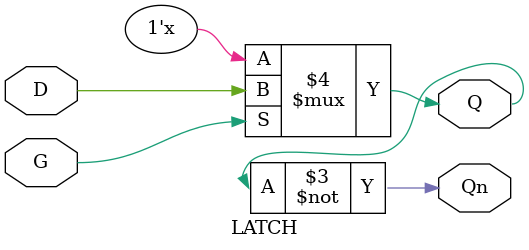
<source format=v>
module LATCH(D,G,Q,Qn);
input D,G;
output Q,Qn;
reg Q;
always@(D or G)
begin
	if(G==1'b1)
		Q<=D;
end
assign Qn=~Q;
endmodule

</source>
